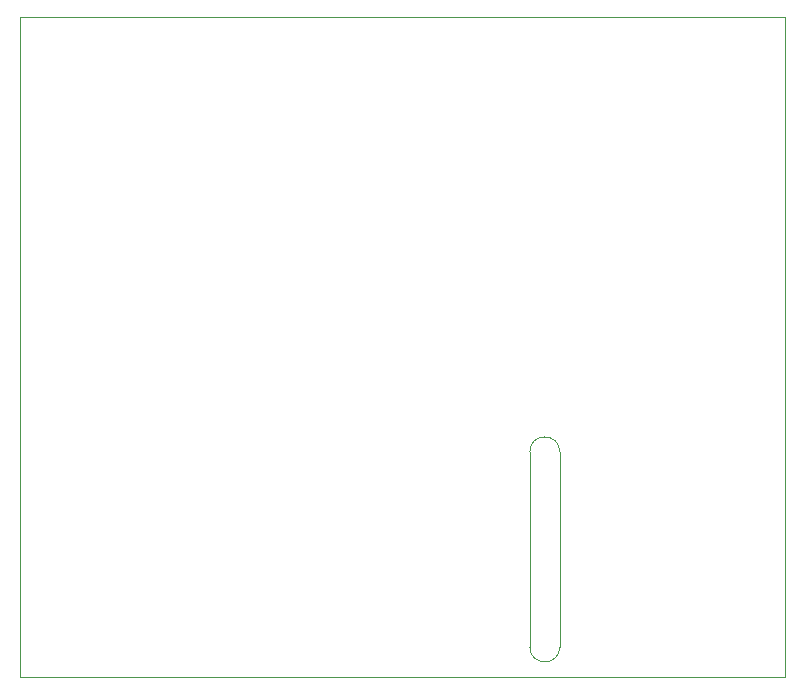
<source format=gm1>
G04 #@! TF.GenerationSoftware,KiCad,Pcbnew,(5.1.5)-3*
G04 #@! TF.CreationDate,2020-03-15T22:36:38-07:00*
G04 #@! TF.ProjectId,pihat,70696861-742e-46b6-9963-61645f706362,rev?*
G04 #@! TF.SameCoordinates,Original*
G04 #@! TF.FileFunction,Profile,NP*
%FSLAX46Y46*%
G04 Gerber Fmt 4.6, Leading zero omitted, Abs format (unit mm)*
G04 Created by KiCad (PCBNEW (5.1.5)-3) date 2020-03-15 22:36:38*
%MOMM*%
%LPD*%
G04 APERTURE LIST*
%ADD10C,0.100000*%
G04 APERTURE END LIST*
D10*
X243180000Y-130950000D02*
X243180000Y-147460000D01*
X245720000Y-130950000D02*
X245720000Y-147460000D01*
X245720000Y-147460000D02*
G75*
G02X243180000Y-147460000I-1270000J0D01*
G01*
X243180000Y-130950000D02*
G75*
G02X245720000Y-130950000I1270000J0D01*
G01*
X200000000Y-94120000D02*
X264770000Y-94120000D01*
X200000000Y-150000000D02*
X200000000Y-94120000D01*
X264770000Y-150000000D02*
X200000000Y-150000000D01*
X264770000Y-94120000D02*
X264770000Y-150000000D01*
M02*

</source>
